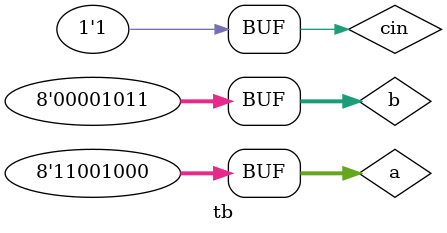
<source format=v>
module tb();
	reg [7:0]a,b;
	reg cin;
	wire [7:0]s;
	wire cout;
	cla8 f(a,b,cin,s,cout);

	initial begin
	#5 a=8'd56;	b=8'd24;	cin=1'b0;
	#10 a=8'd34;	b=8'd44;	cin=1'b0;
	#15 a=8'd128;	b=8'd77;	cin=1'b1;
	#20 a=8'd200;	b=8'd11;	cin=1'b1;
	end

	initial begin
	$monitor ($time, " %d %d %b %d %b",a,b,cin,s,cout);
	end
endmodule

</source>
